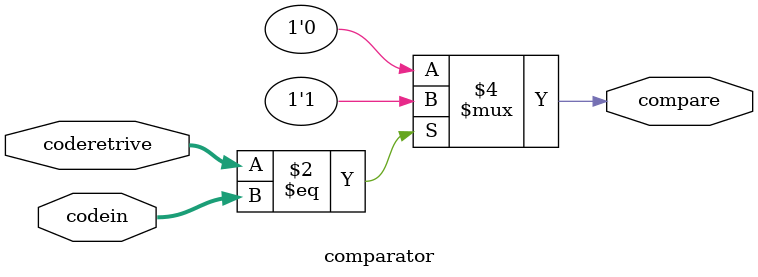
<source format=v>
`timescale 1ns / 1ps
module comparator(codein, coderetrive, compare);
    input [2:0] codein;
    input [2:0] coderetrive;
    output compare;
	 
	 reg compare;
	 
	 always @(codein or coderetrive)
		begin
			if(coderetrive == codein) compare = 1'b1;
			else compare = 1'b0;
		end

endmodule
</source>
